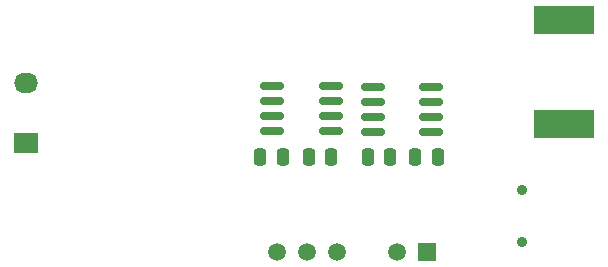
<source format=gbr>
%TF.GenerationSoftware,KiCad,Pcbnew,8.0.6*%
%TF.CreationDate,2025-02-18T13:58:57+01:00*%
%TF.ProjectId,DifferentialProbe,44696666-6572-4656-9e74-69616c50726f,rev?*%
%TF.SameCoordinates,Original*%
%TF.FileFunction,Soldermask,Bot*%
%TF.FilePolarity,Negative*%
%FSLAX46Y46*%
G04 Gerber Fmt 4.6, Leading zero omitted, Abs format (unit mm)*
G04 Created by KiCad (PCBNEW 8.0.6) date 2025-02-18 13:58:57*
%MOMM*%
%LPD*%
G01*
G04 APERTURE LIST*
G04 Aperture macros list*
%AMRoundRect*
0 Rectangle with rounded corners*
0 $1 Rounding radius*
0 $2 $3 $4 $5 $6 $7 $8 $9 X,Y pos of 4 corners*
0 Add a 4 corners polygon primitive as box body*
4,1,4,$2,$3,$4,$5,$6,$7,$8,$9,$2,$3,0*
0 Add four circle primitives for the rounded corners*
1,1,$1+$1,$2,$3*
1,1,$1+$1,$4,$5*
1,1,$1+$1,$6,$7*
1,1,$1+$1,$8,$9*
0 Add four rect primitives between the rounded corners*
20,1,$1+$1,$2,$3,$4,$5,0*
20,1,$1+$1,$4,$5,$6,$7,0*
20,1,$1+$1,$6,$7,$8,$9,0*
20,1,$1+$1,$8,$9,$2,$3,0*%
G04 Aperture macros list end*
%ADD10R,5.080000X2.420000*%
%ADD11C,0.900000*%
%ADD12R,2.030000X1.730000*%
%ADD13O,2.030000X1.730000*%
%ADD14R,1.500000X1.500000*%
%ADD15C,1.500000*%
%ADD16RoundRect,0.150000X-0.825000X-0.150000X0.825000X-0.150000X0.825000X0.150000X-0.825000X0.150000X0*%
%ADD17RoundRect,0.250000X0.250000X0.475000X-0.250000X0.475000X-0.250000X-0.475000X0.250000X-0.475000X0*%
%ADD18RoundRect,0.250000X-0.250000X-0.475000X0.250000X-0.475000X0.250000X0.475000X-0.250000X0.475000X0*%
G04 APERTURE END LIST*
D10*
%TO.C,J1*%
X140500000Y-91380000D03*
X140500000Y-82620000D03*
%TD*%
D11*
%TO.C,J3*%
X136975000Y-101400000D03*
X136975000Y-97000000D03*
%TD*%
D12*
%TO.C,J2*%
X95000000Y-93000000D03*
D13*
X95000000Y-87920000D03*
%TD*%
D14*
%TO.C,U2*%
X128907500Y-102215000D03*
D15*
X126367500Y-102215000D03*
X121287500Y-102215000D03*
X118747500Y-102215000D03*
X116207500Y-102215000D03*
%TD*%
D16*
%TO.C,U4*%
X115800000Y-92010000D03*
X115800000Y-90740000D03*
X115800000Y-89470000D03*
X115800000Y-88200000D03*
X120750000Y-88200000D03*
X120750000Y-89470000D03*
X120750000Y-90740000D03*
X120750000Y-92010000D03*
%TD*%
D17*
%TO.C,C6*%
X116700000Y-94200000D03*
X114800000Y-94200000D03*
%TD*%
%TO.C,C8*%
X129800000Y-94200000D03*
X127900000Y-94200000D03*
%TD*%
D18*
%TO.C,C5*%
X123900000Y-94200000D03*
X125800000Y-94200000D03*
%TD*%
%TO.C,C7*%
X118900000Y-94200000D03*
X120800000Y-94200000D03*
%TD*%
D16*
%TO.C,U3*%
X124325000Y-92105000D03*
X124325000Y-90835000D03*
X124325000Y-89565000D03*
X124325000Y-88295000D03*
X129275000Y-88295000D03*
X129275000Y-89565000D03*
X129275000Y-90835000D03*
X129275000Y-92105000D03*
%TD*%
M02*

</source>
